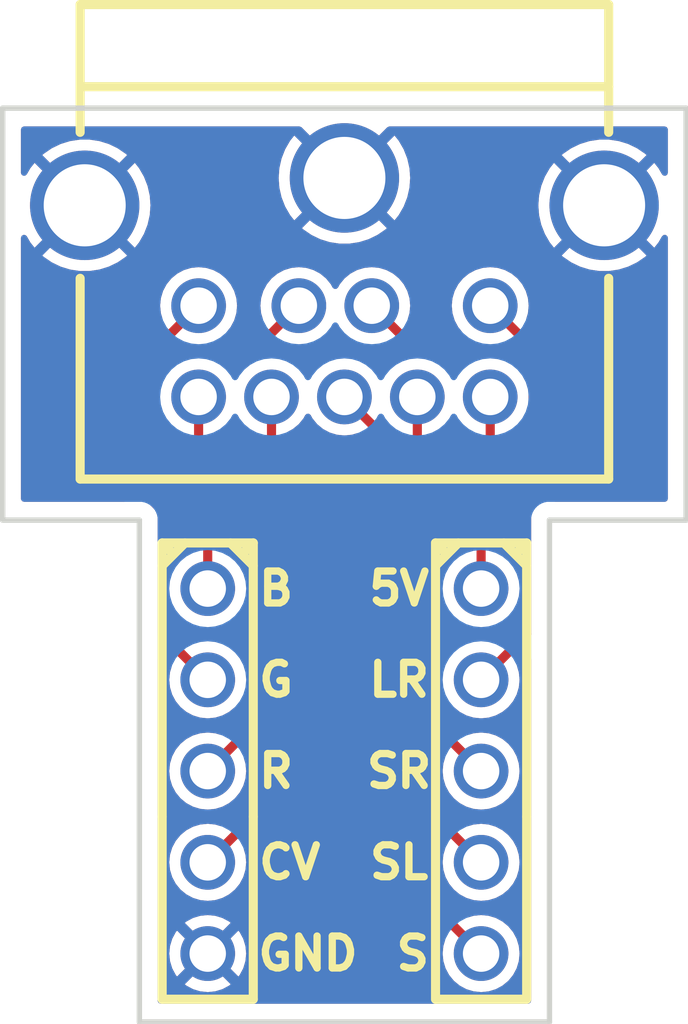
<source format=kicad_pcb>
(kicad_pcb (version 20221018) (generator pcbnew)
  (title_block (title "MD-90SM Breakout") (date "2018-09-04") (rev "0.1") (company "db Electronics") (comment 1 "https://github.com/db-electronics/MD-90SM-breakout-kicad") (comment 2 "Licensed under CERN OHL v.1.2"))
  (layers (0 "F.Cu" signal) (31 "B.Cu" signal) (34 "B.Paste" user) (35 "F.Paste" user) (36 "B.SilkS" user "B.Silkscreen") (37 "F.SilkS" user "F.Silkscreen") (38 "B.Mask" user) (39 "F.Mask" user) (44 "Edge.Cuts" user))
  (net 0 "")
  (net 1 "/S")
  (net 2 "/R")
  (net 3 "/CV")
  (net 4 "/G")
  (net 5 "/L+R")
  (net 6 "/B")
  (net 7 "/+5V")
  (net 8 "/GND")
  (net 9 "/SL")
  (net 10 "/SR")
  (footprint "db-thparts:HDR1X5" (layer "F.Cu") (at 153.5557 101.0031)
    (fp_text reference "CON103" hide)
    (fp_text value "PH1-05-UA" hide)
    (fp_line (start -1.27 -1.27) (end -1.27 6.35) (stroke (width 0.254)) (layer "F.SilkS"))
    (fp_line (start -1.27 -1.27) (end -1.016 -1.016) (stroke (width 0.254)) (layer "F.SilkS"))
    (fp_line (start -1.27 -0.635) (end -0.635 -1.27) (stroke (width 0.254)) (layer "F.SilkS"))
    (fp_line (start -1.27 6.35) (end -1.27 11.43) (stroke (width 0.254)) (layer "F.SilkS"))
    (fp_line (start -1.27 11.43) (end 1.27 11.43) (stroke (width 0.254)) (layer "F.SilkS"))
    (fp_line (start 0.635 -1.27) (end 1.27 -0.635) (stroke (width 0.254)) (layer "F.SilkS"))
    (fp_line (start 1.27 -1.27) (end -1.27 -1.27) (stroke (width 0.254)) (layer "F.SilkS"))
    (fp_line (start 1.27 -1.27) (end 1.016 -1.016) (stroke (width 0.254)) (layer "F.SilkS"))
    (fp_line (start 1.27 6.35) (end 1.27 -1.27) (stroke (width 0.254)) (layer "F.SilkS"))
    (fp_line (start 1.27 11.43) (end 1.27 6.35) (stroke (width 0.254)) (layer "F.SilkS"))
    (pad "1" thru_hole circle (at 0 0) (size 1.524 1.524) (drill 1.016) (layers "*.Cu" "*.Mask") (net 7 "/+5V"))
    (pad "2" thru_hole circle (at 0 2.54) (size 1.524 1.524) (drill 1.016) (layers "*.Cu" "*.Mask") (net 5 "/L+R"))
    (pad "3" thru_hole circle (at 0 5.08) (size 1.524 1.524) (drill 1.016) (layers "*.Cu" "*.Mask") (net 10 "/SR"))
    (pad "4" thru_hole circle (at 0 7.62) (size 1.524 1.524) (drill 1.016) (layers "*.Cu" "*.Mask") (net 9 "/SL"))
    (pad "5" thru_hole circle (at 0 10.16) (size 1.524 1.524) (drill 1.016) (layers "*.Cu" "*.Mask") (net 1 "/S"))
  )
  (footprint "db-thparts:HDR1X5" (layer "F.Cu") (at 145.9357 101.0031)
    (fp_text reference "CON102" hide)
    (fp_text value "PH1-05-UA" hide)
    (fp_line (start -1.27 -1.27) (end -1.27 6.35) (stroke (width 0.254)) (layer "F.SilkS"))
    (fp_line (start -1.27 -1.27) (end -1.016 -1.016) (stroke (width 0.254)) (layer "F.SilkS"))
    (fp_line (start -1.27 -0.635) (end -0.635 -1.27) (stroke (width 0.254)) (layer "F.SilkS"))
    (fp_line (start -1.27 6.35) (end -1.27 11.43) (stroke (width 0.254)) (layer "F.SilkS"))
    (fp_line (start -1.27 11.43) (end 1.27 11.43) (stroke (width 0.254)) (layer "F.SilkS"))
    (fp_line (start 0.635 -1.27) (end 1.27 -0.635) (stroke (width 0.254)) (layer "F.SilkS"))
    (fp_line (start 1.27 -1.27) (end -1.27 -1.27) (stroke (width 0.254)) (layer "F.SilkS"))
    (fp_line (start 1.27 -1.27) (end 1.016 -1.016) (stroke (width 0.254)) (layer "F.SilkS"))
    (fp_line (start 1.27 6.35) (end 1.27 -1.27) (stroke (width 0.254)) (layer "F.SilkS"))
    (fp_line (start 1.27 11.43) (end 1.27 6.35) (stroke (width 0.254)) (layer "F.SilkS"))
    (pad "1" thru_hole circle (at 0 0) (size 1.524 1.524) (drill 1.016) (layers "*.Cu" "*.Mask") (net 6 "/B"))
    (pad "2" thru_hole circle (at 0 2.54) (size 1.524 1.524) (drill 1.016) (layers "*.Cu" "*.Mask") (net 4 "/G"))
    (pad "3" thru_hole circle (at 0 5.08) (size 1.524 1.524) (drill 1.016) (layers "*.Cu" "*.Mask") (net 2 "/R"))
    (pad "4" thru_hole circle (at 0 7.62) (size 1.524 1.524) (drill 1.016) (layers "*.Cu" "*.Mask") (net 3 "/CV"))
    (pad "5" thru_hole circle (at 0 10.16) (size 1.524 1.524) (drill 1.016) (layers "*.Cu" "*.Mask") (net 8 "/GND"))
  )
  (footprint "db-thparts:MD-90SM" (layer "F.Cu") (at 149.7457 95.6691)
    (fp_text reference "CON101" hide)
    (fp_text value "MD-90SM" hide)
    (fp_line (start -7.366 -10.922) (end 7.366 -10.922) (stroke (width 0.254)) (layer "F.SilkS"))
    (fp_line (start -7.366 -8.636) (end -7.366 -10.922) (stroke (width 0.254)) (layer "F.SilkS"))
    (fp_line (start -7.366 -8.636) (end 7.366 -8.636) (stroke (width 0.254)) (layer "F.SilkS"))
    (fp_line (start -7.366 -7.366) (end -7.366 -8.636) (stroke (width 0.254)) (layer "F.SilkS"))
    (fp_line (start -7.366 2.286) (end -7.366 -3.302) (stroke (width 0.254)) (layer "F.SilkS"))
    (fp_line (start -7.366 2.286) (end 7.366 2.286) (stroke (width 0.254)) (layer "F.SilkS"))
    (fp_line (start 7.366 -10.922) (end 7.366 -8.636) (stroke (width 0.254)) (layer "F.SilkS"))
    (fp_line (start 7.366 -8.636) (end 7.366 -7.366) (stroke (width 0.254)) (layer "F.SilkS"))
    (fp_line (start 7.366 2.286) (end 7.366 -3.302) (stroke (width 0.254)) (layer "F.SilkS"))
    (pad "1" thru_hole circle (at -1.27 -2.54) (size 1.524 1.524) (drill 1.016) (layers "*.Cu" "*.Mask") (net 6 "/B"))
    (pad "2" thru_hole circle (at 0.762 -2.54) (size 1.524 1.524) (drill 1.016) (layers "*.Cu" "*.Mask") (net 7 "/+5V"))
    (pad "3" thru_hole circle (at -4.064 -2.54) (size 1.524 1.524) (drill 1.016) (layers "*.Cu" "*.Mask") (net 4 "/G"))
    (pad "4" thru_hole circle (at -2.032 0) (size 1.524 1.524) (drill 1.016) (layers "*.Cu" "*.Mask") (net 3 "/CV"))
    (pad "5" thru_hole circle (at 0 0) (size 1.524 1.524) (drill 1.016) (layers "*.Cu" "*.Mask") (net 1 "/S"))
    (pad "6" thru_hole circle (at 4.064 -2.54) (size 1.524 1.524) (drill 1.016) (layers "*.Cu" "*.Mask") (net 5 "/L+R"))
    (pad "7" thru_hole circle (at -4.064 0) (size 1.524 1.524) (drill 1.016) (layers "*.Cu" "*.Mask") (net 2 "/R"))
    (pad "8" thru_hole circle (at 2.032 0) (size 1.524 1.524) (drill 1.016) (layers "*.Cu" "*.Mask") (net 9 "/SL"))
    (pad "9" thru_hole circle (at 4.064 0) (size 1.524 1.524) (drill 1.016) (layers "*.Cu" "*.Mask") (net 10 "/SR"))
    (pad "10" thru_hole circle (at -7.239 -5.334) (size 3.048 3.048) (drill 2.286) (layers "*.Cu" "*.Mask") (net 8 "/GND"))
    (pad "10" thru_hole circle (at 0 -6.096) (size 3.048 3.048) (drill 2.286) (layers "*.Cu" "*.Mask") (net 8 "/GND"))
    (pad "10" thru_hole circle (at 7.239 -5.334) (size 3.048 3.048) (drill 2.286) (layers "*.Cu" "*.Mask") (net 8 "/GND"))
  )
  (gr_line (start 144.0307 113.0681) (end 144.0307 99.0981) (stroke (width 0.15)) (layer "Edge.Cuts"))
  (gr_line (start 159.2707 99.0981) (end 159.2707 87.63) (stroke (width 0.15)) (layer "Edge.Cuts"))
  (gr_line (start 144.0307 99.0981) (end 140.2207 99.0981) (stroke (width 0.15)) (layer "Edge.Cuts"))
  (gr_line (start 159.2707 87.63) (end 140.2207 87.63) (stroke (width 0.15)) (layer "Edge.Cuts"))
  (gr_line (start 155.4607 99.0981) (end 159.2707 99.0981) (stroke (width 0.15)) (layer "Edge.Cuts"))
  (gr_line (start 155.4607 113.0681) (end 155.4607 99.0981) (stroke (width 0.15)) (layer "Edge.Cuts"))
  (gr_line (start 140.2207 87.63) (end 140.2207 99.0981) (stroke (width 0.15)) (layer "Edge.Cuts"))
  (gr_line (start 144.0307 113.0681) (end 155.4607 113.0681) (stroke (width 0.15)) (layer "Edge.Cuts"))
  (gr_text "LR" (at 151.2697 103.5431) (layer "F.SilkS") (effects (font (size 0.889 0.889) (thickness 0.2032))))
  (gr_text "SR" (at 151.2697 106.0831) (layer "F.SilkS") (effects (font (size 0.889 0.889) (thickness 0.2032))))
  (gr_text "SL" (at 151.2697 108.6231) (layer "F.SilkS") (effects (font (size 0.889 0.889) (thickness 0.2032))))
  (gr_text "S" (at 151.6507 111.1631) (layer "F.SilkS") (effects (font (size 0.889 0.889) (thickness 0.2032))))
  (gr_text "CV" (at 148.2217 108.6231) (layer "F.SilkS") (effects (font (size 0.889 0.889) (thickness 0.2032))))
  (gr_text "R" (at 147.8407 106.0831) (layer "F.SilkS") (effects (font (size 0.889 0.889) (thickness 0.2032))))
  (gr_text "G" (at 147.8407 103.5431) (layer "F.SilkS") (effects (font (size 0.889 0.889) (thickness 0.2032))))
  (gr_text "B" (at 147.8407 101.0031) (layer "F.SilkS") (effects (font (size 0.889 0.889) (thickness 0.2032))))
  (gr_text "GND" (at 148.7297 111.1631) (layer "F.SilkS") (effects (font (size 0.889 0.889) (thickness 0.2032))))
  (gr_text "5V" (at 151.2697 101.0031) (layer "F.SilkS") (effects (font (size 0.889 0.889) (thickness 0.2032))))
  (segment (start 151.1935 108.8009) (end 153.5557 111.1631) (width 0.254) (layer "F.Cu") (net 1))
  (segment (start 149.7457 95.6691) (end 151.1935 97.1169) (width 0.254) (layer "F.Cu") (net 1))
  (segment (start 151.1935 97.1169) (end 151.1935 108.8009) (width 0.254) (layer "F.Cu") (net 1))
  (segment (start 145.6817 95.6691) (end 145.6817 98.5393) (width 0.254) (layer "F.Cu") (net 2))
  (segment (start 145.6817 98.5393) (end 147.2565 100.1141) (width 0.254) (layer "F.Cu") (net 2))
  (segment (start 147.2565 100.1141) (end 147.2565 104.7623) (width 0.254) (layer "F.Cu") (net 2))
  (segment (start 147.2565 104.7623) (end 145.9357 106.0831) (width 0.254) (layer "F.Cu") (net 2))
  (segment (start 147.7137 106.8451) (end 145.9357 108.6231) (width 0.254) (layer "F.Cu") (net 3))
  (segment (start 147.7137 95.6691) (end 147.7137 106.8451) (width 0.254) (layer "F.Cu") (net 3))
  (segment (start 144.6657 98.835074) (end 143.9545 98.123874) (width 0.254) (layer "F.Cu") (net 4))
  (segment (start 145.9357 103.5431) (end 144.6657 102.2731) (width 0.254) (layer "F.Cu") (net 4))
  (segment (start 144.6657 102.2731) (end 144.6657 98.835074) (width 0.254) (layer "F.Cu") (net 4))
  (segment (start 143.9545 98.123874) (end 143.9545 94.8563) (width 0.254) (layer "F.Cu") (net 4))
  (segment (start 143.9545 94.8563) (end 145.6817 93.1291) (width 0.254) (layer "F.Cu") (net 4))
  (segment (start 153.5557 103.5431) (end 154.8257 102.2731) (width 0.254) (layer "F.Cu") (net 5))
  (segment (start 155.460699 97.9297) (end 155.460699 94.780099) (width 0.254) (layer "F.Cu") (net 5))
  (segment (start 154.8257 102.2731) (end 154.8257 98.564699) (width 0.254) (layer "F.Cu") (net 5))
  (segment (start 155.460699 94.780099) (end 153.8097 93.1291) (width 0.254) (layer "F.Cu") (net 5))
  (segment (start 154.8257 98.564699) (end 155.460699 97.9297) (width 0.254) (layer "F.Cu") (net 5))
  (segment (start 144.411699 95.045679) (end 144.411699 97.934495) (width 0.254) (layer "F.Cu") (net 6))
  (segment (start 145.9357 99.458496) (end 144.411699 97.934495) (width 0.254) (layer "F.Cu") (net 6))
  (segment (start 148.4757 93.1291) (end 147.2311 94.3737) (width 0.254) (layer "F.Cu") (net 6))
  (segment (start 145.9357 101.0031) (end 145.9357 99.458496) (width 0.254) (layer "F.Cu") (net 6))
  (segment (start 147.2311 94.3737) (end 145.083678 94.3737) (width 0.254) (layer "F.Cu") (net 6))
  (segment (start 145.083678 94.3737) (end 144.411699 95.045679) (width 0.254) (layer "F.Cu") (net 6))
  (segment (start 155.0035 97.7265) (end 153.5557 99.1743) (width 0.254) (layer "F.Cu") (net 7))
  (segment (start 153.5557 99.1743) (end 153.5557 101.0031) (width 0.254) (layer "F.Cu") (net 7))
  (segment (start 154.3939 94.3991) (end 155.0035 95.0087) (width 0.254) (layer "F.Cu") (net 7))
  (segment (start 151.7777 94.3991) (end 154.3939 94.3991) (width 0.254) (layer "F.Cu") (net 7))
  (segment (start 155.0035 95.0087) (end 155.0035 97.7265) (width 0.254) (layer "F.Cu") (net 7))
  (segment (start 150.5077 93.1291) (end 151.7777 94.3991) (width 0.254) (layer "F.Cu") (net 7))
  (segment (start 151.7777 95.6691) (end 151.7777 106.8451) (width 0.254) (layer "F.Cu") (net 9))
  (segment (start 151.7777 106.8451) (end 153.5557 108.6231) (width 0.254) (layer "F.Cu") (net 9))
  (segment (start 153.8097 95.6691) (end 153.8097 98.1837) (width 0.254) (layer "F.Cu") (net 10))
  (segment (start 152.2349 104.7623) (end 152.2349 99.7585) (width 0.254) (layer "F.Cu") (net 10))
  (segment (start 153.8097 98.1837) (end 152.2349 99.7585) (width 0.254) (layer "F.Cu") (net 10))
  (segment (start 153.5557 106.0831) (end 152.2349 104.7623) (width 0.254) (layer "F.Cu") (net 10))
  (zone (net 8) (net_name "/GND") (layers "F&B.Cu") (name "GND PLANE") (connect_pads (clearance 0.3048)) (min_thickness 0.1778) (fill yes (thermal_gap 0.3048) (thermal_bridge_width 0.3048) (smoothing chamfer))
    (polygon (pts (xy 140.2207 87.6681) (xy 140.2207 99.0981) (xy 144.0307 99.0981) (xy 144.0307 113.0681) (xy 155.4607 113.0681) (xy 155.4607 99.0981) (xy 159.2707 99.0981) (xy 159.2707 87.6681)))
  )
)
</source>
